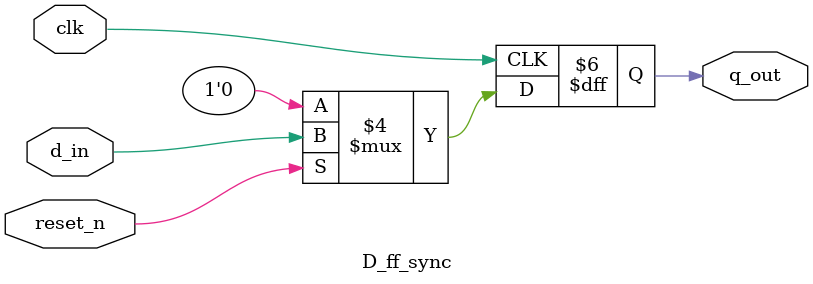
<source format=v>
`timescale 1ns / 1ps


module D_ff_sync(
    input d_in,
    input clk,
    input reset_n,
    output reg q_out
    );
    
always@(posedge clk)
begin
    if(!reset_n)
        q_out <= 'b0;
    else    
        q_out <= d_in;
end

endmodule

</source>
